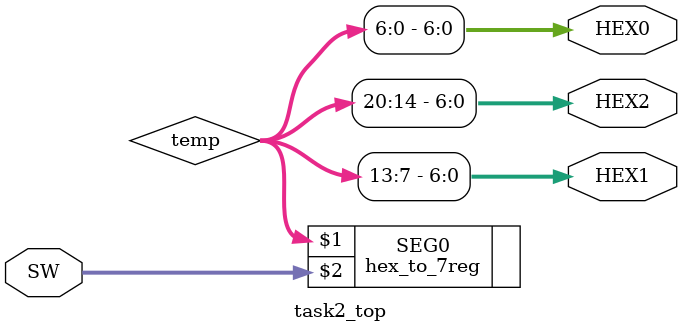
<source format=v>
module task2_top (
	SW, //input switches
	HEX0,  //hex output
	HEX1,
	HEX2
);

input [9:0] SW;
output [6:0] HEX0;
output [6:0] HEX1;
output [6:0] HEX2;

reg [20:0] temp;

hex_to_7reg SEG0 (temp, SW[9:0]);

assign HEX0=temp[6:0];

assign HEX1=temp[13:7];

assign HEX2=temp[20:14];



endmodule


</source>
